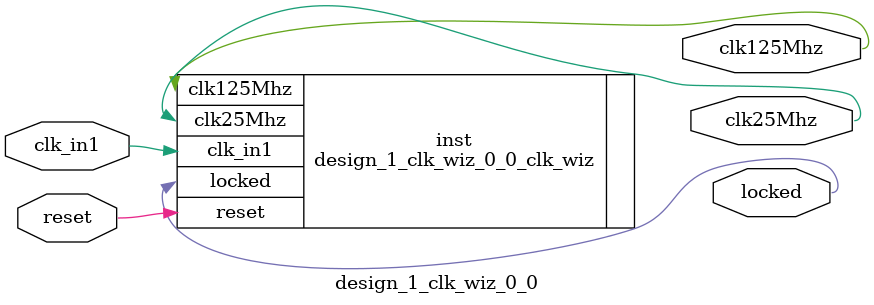
<source format=v>


`timescale 1ps/1ps

(* CORE_GENERATION_INFO = "design_1_clk_wiz_0_0,clk_wiz_v6_0_14_0_0,{component_name=design_1_clk_wiz_0_0,use_phase_alignment=true,use_min_o_jitter=false,use_max_i_jitter=false,use_dyn_phase_shift=false,use_inclk_switchover=false,use_dyn_reconfig=false,enable_axi=0,feedback_source=FDBK_AUTO,PRIMITIVE=MMCM,num_out_clk=2,clkin1_period=12.000,clkin2_period=10.0,use_power_down=false,use_reset=true,use_locked=true,use_inclk_stopped=false,feedback_type=SINGLE,CLOCK_MGR_TYPE=NA,manual_override=false}" *)

module design_1_clk_wiz_0_0 
 (
  // Clock out ports
  output        clk25Mhz,
  output        clk125Mhz,
  // Status and control signals
  input         reset,
  output        locked,
 // Clock in ports
  input         clk_in1
 );

  design_1_clk_wiz_0_0_clk_wiz inst
  (
  // Clock out ports  
  .clk25Mhz(clk25Mhz),
  .clk125Mhz(clk125Mhz),
  // Status and control signals               
  .reset(reset), 
  .locked(locked),
 // Clock in ports
  .clk_in1(clk_in1)
  );

endmodule

</source>
